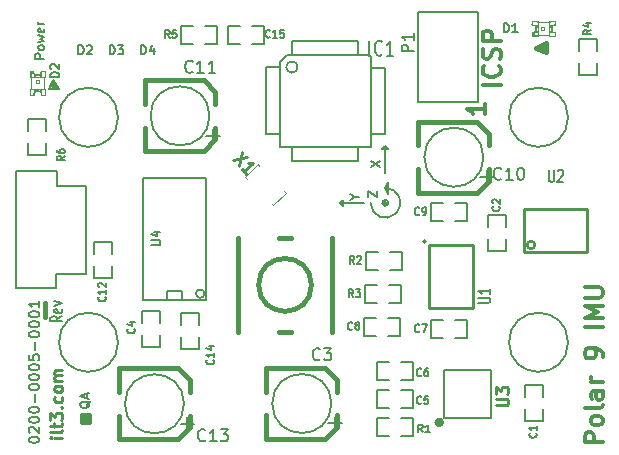
<source format=gto>
G04 (created by PCBNEW-RS274X (2011-nov-30)-testing) date Tue 21 Aug 2012 06:01:40 PM EDT*
%MOIN*%
G04 Gerber Fmt 3.4, Leading zero omitted, Abs format*
%FSLAX34Y34*%
G01*
G70*
G90*
G04 APERTURE LIST*
%ADD10C,0.006*%
%ADD11C,0.005*%
%ADD12C,0.012*%
%ADD13C,0.0075*%
%ADD14C,0.01*%
%ADD15C,0.015*%
%ADD16C,0.0079*%
%ADD17C,0.0026*%
%ADD18C,0.004*%
%ADD19C,0.002*%
%ADD20C,0.008*%
%ADD21C,0.0039*%
%ADD22C,0.0078*%
%ADD23C,0.0099*%
%ADD24C,0.007*%
%ADD25C,0.0062*%
G04 APERTURE END LIST*
G54D10*
G54D11*
X1021Y13207D02*
X721Y13207D01*
X721Y13322D01*
X736Y13350D01*
X750Y13365D01*
X779Y13379D01*
X821Y13379D01*
X850Y13365D01*
X864Y13350D01*
X879Y13322D01*
X879Y13207D01*
X1021Y13550D02*
X1007Y13522D01*
X993Y13507D01*
X964Y13493D01*
X879Y13493D01*
X850Y13507D01*
X836Y13522D01*
X821Y13550D01*
X821Y13593D01*
X836Y13622D01*
X850Y13636D01*
X879Y13650D01*
X964Y13650D01*
X993Y13636D01*
X1007Y13622D01*
X1021Y13593D01*
X1021Y13550D01*
X821Y13750D02*
X1021Y13807D01*
X879Y13864D01*
X1021Y13921D01*
X821Y13978D01*
X1007Y14207D02*
X1021Y14178D01*
X1021Y14121D01*
X1007Y14092D01*
X979Y14078D01*
X864Y14078D01*
X836Y14092D01*
X821Y14121D01*
X821Y14178D01*
X836Y14207D01*
X864Y14221D01*
X893Y14221D01*
X921Y14078D01*
X1021Y14349D02*
X821Y14349D01*
X879Y14349D02*
X850Y14364D01*
X836Y14378D01*
X821Y14407D01*
X821Y14435D01*
G54D12*
X19643Y415D02*
X19043Y415D01*
X19043Y643D01*
X19071Y701D01*
X19100Y729D01*
X19157Y758D01*
X19243Y758D01*
X19300Y729D01*
X19329Y701D01*
X19357Y643D01*
X19357Y415D01*
X19643Y1101D02*
X19614Y1043D01*
X19586Y1015D01*
X19529Y986D01*
X19357Y986D01*
X19300Y1015D01*
X19271Y1043D01*
X19243Y1101D01*
X19243Y1186D01*
X19271Y1243D01*
X19300Y1272D01*
X19357Y1301D01*
X19529Y1301D01*
X19586Y1272D01*
X19614Y1243D01*
X19643Y1186D01*
X19643Y1101D01*
X19643Y1644D02*
X19614Y1586D01*
X19557Y1558D01*
X19043Y1558D01*
X19643Y2129D02*
X19329Y2129D01*
X19271Y2100D01*
X19243Y2043D01*
X19243Y1929D01*
X19271Y1872D01*
X19614Y2129D02*
X19643Y2072D01*
X19643Y1929D01*
X19614Y1872D01*
X19557Y1843D01*
X19500Y1843D01*
X19443Y1872D01*
X19414Y1929D01*
X19414Y2072D01*
X19386Y2129D01*
X19643Y2415D02*
X19243Y2415D01*
X19357Y2415D02*
X19300Y2443D01*
X19271Y2472D01*
X19243Y2529D01*
X19243Y2586D01*
X19643Y3271D02*
X19643Y3386D01*
X19614Y3443D01*
X19586Y3471D01*
X19500Y3529D01*
X19386Y3557D01*
X19157Y3557D01*
X19100Y3529D01*
X19071Y3500D01*
X19043Y3443D01*
X19043Y3329D01*
X19071Y3271D01*
X19100Y3243D01*
X19157Y3214D01*
X19300Y3214D01*
X19357Y3243D01*
X19386Y3271D01*
X19414Y3329D01*
X19414Y3443D01*
X19386Y3500D01*
X19357Y3529D01*
X19300Y3557D01*
X19643Y4271D02*
X19043Y4271D01*
X19643Y4557D02*
X19043Y4557D01*
X19471Y4757D01*
X19043Y4957D01*
X19643Y4957D01*
X19043Y5243D02*
X19529Y5243D01*
X19586Y5271D01*
X19614Y5300D01*
X19643Y5357D01*
X19643Y5471D01*
X19614Y5529D01*
X19586Y5557D01*
X19529Y5586D01*
X19043Y5586D01*
G54D13*
X2550Y1786D02*
X2536Y1758D01*
X2507Y1729D01*
X2464Y1686D01*
X2450Y1658D01*
X2450Y1629D01*
X2521Y1644D02*
X2507Y1615D01*
X2479Y1586D01*
X2421Y1572D01*
X2321Y1572D01*
X2264Y1586D01*
X2236Y1615D01*
X2221Y1644D01*
X2221Y1701D01*
X2236Y1729D01*
X2264Y1758D01*
X2321Y1772D01*
X2421Y1772D01*
X2479Y1758D01*
X2507Y1729D01*
X2521Y1701D01*
X2521Y1644D01*
X2436Y1886D02*
X2436Y2029D01*
X2521Y1858D02*
X2221Y1958D01*
X2521Y2058D01*
G54D14*
X1632Y570D02*
X1365Y570D01*
X1232Y570D02*
X1251Y551D01*
X1270Y570D01*
X1251Y589D01*
X1232Y570D01*
X1270Y570D01*
X1632Y817D02*
X1613Y779D01*
X1575Y760D01*
X1232Y760D01*
X1365Y913D02*
X1365Y1065D01*
X1232Y970D02*
X1575Y970D01*
X1613Y989D01*
X1632Y1027D01*
X1632Y1065D01*
X1232Y1161D02*
X1232Y1409D01*
X1384Y1275D01*
X1384Y1333D01*
X1403Y1371D01*
X1422Y1390D01*
X1460Y1409D01*
X1556Y1409D01*
X1594Y1390D01*
X1613Y1371D01*
X1632Y1333D01*
X1632Y1218D01*
X1613Y1180D01*
X1594Y1161D01*
X1594Y1580D02*
X1613Y1599D01*
X1632Y1580D01*
X1613Y1561D01*
X1594Y1580D01*
X1632Y1580D01*
X1613Y1942D02*
X1632Y1904D01*
X1632Y1827D01*
X1613Y1789D01*
X1594Y1770D01*
X1556Y1751D01*
X1441Y1751D01*
X1403Y1770D01*
X1384Y1789D01*
X1365Y1827D01*
X1365Y1904D01*
X1384Y1942D01*
X1632Y2170D02*
X1613Y2132D01*
X1594Y2113D01*
X1556Y2094D01*
X1441Y2094D01*
X1403Y2113D01*
X1384Y2132D01*
X1365Y2170D01*
X1365Y2228D01*
X1384Y2266D01*
X1403Y2285D01*
X1441Y2304D01*
X1556Y2304D01*
X1594Y2285D01*
X1613Y2266D01*
X1632Y2228D01*
X1632Y2170D01*
X1632Y2475D02*
X1365Y2475D01*
X1403Y2475D02*
X1384Y2494D01*
X1365Y2532D01*
X1365Y2590D01*
X1384Y2628D01*
X1422Y2647D01*
X1632Y2647D01*
X1422Y2647D02*
X1384Y2666D01*
X1365Y2704D01*
X1365Y2761D01*
X1384Y2799D01*
X1422Y2818D01*
X1632Y2818D01*
G54D13*
X1632Y4620D02*
X1441Y4520D01*
X1632Y4448D02*
X1232Y4448D01*
X1232Y4563D01*
X1251Y4591D01*
X1270Y4606D01*
X1308Y4620D01*
X1365Y4620D01*
X1403Y4606D01*
X1422Y4591D01*
X1441Y4563D01*
X1441Y4448D01*
X1613Y4863D02*
X1632Y4834D01*
X1632Y4777D01*
X1613Y4748D01*
X1575Y4734D01*
X1422Y4734D01*
X1384Y4748D01*
X1365Y4777D01*
X1365Y4834D01*
X1384Y4863D01*
X1422Y4877D01*
X1460Y4877D01*
X1499Y4734D01*
X1365Y4977D02*
X1632Y5048D01*
X1365Y5120D01*
G54D15*
X1040Y5050D02*
X1040Y4590D01*
G54D13*
X512Y479D02*
X512Y512D01*
X528Y546D01*
X545Y562D01*
X578Y579D01*
X645Y596D01*
X728Y596D01*
X795Y579D01*
X828Y562D01*
X845Y546D01*
X862Y512D01*
X862Y479D01*
X845Y446D01*
X828Y429D01*
X795Y412D01*
X728Y396D01*
X645Y396D01*
X578Y412D01*
X545Y429D01*
X528Y446D01*
X512Y479D01*
X545Y729D02*
X528Y745D01*
X512Y779D01*
X512Y862D01*
X528Y895D01*
X545Y912D01*
X578Y929D01*
X612Y929D01*
X662Y912D01*
X862Y712D01*
X862Y929D01*
X512Y1145D02*
X512Y1178D01*
X528Y1212D01*
X545Y1228D01*
X578Y1245D01*
X645Y1262D01*
X728Y1262D01*
X795Y1245D01*
X828Y1228D01*
X845Y1212D01*
X862Y1178D01*
X862Y1145D01*
X845Y1112D01*
X828Y1095D01*
X795Y1078D01*
X728Y1062D01*
X645Y1062D01*
X578Y1078D01*
X545Y1095D01*
X528Y1112D01*
X512Y1145D01*
X512Y1478D02*
X512Y1511D01*
X528Y1545D01*
X545Y1561D01*
X578Y1578D01*
X645Y1595D01*
X728Y1595D01*
X795Y1578D01*
X828Y1561D01*
X845Y1545D01*
X862Y1511D01*
X862Y1478D01*
X845Y1445D01*
X828Y1428D01*
X795Y1411D01*
X728Y1395D01*
X645Y1395D01*
X578Y1411D01*
X545Y1428D01*
X528Y1445D01*
X512Y1478D01*
X728Y1744D02*
X728Y2011D01*
X512Y2244D02*
X512Y2277D01*
X528Y2311D01*
X545Y2327D01*
X578Y2344D01*
X645Y2361D01*
X728Y2361D01*
X795Y2344D01*
X828Y2327D01*
X845Y2311D01*
X862Y2277D01*
X862Y2244D01*
X845Y2211D01*
X828Y2194D01*
X795Y2177D01*
X728Y2161D01*
X645Y2161D01*
X578Y2177D01*
X545Y2194D01*
X528Y2211D01*
X512Y2244D01*
X512Y2577D02*
X512Y2610D01*
X528Y2644D01*
X545Y2660D01*
X578Y2677D01*
X645Y2694D01*
X728Y2694D01*
X795Y2677D01*
X828Y2660D01*
X845Y2644D01*
X862Y2610D01*
X862Y2577D01*
X845Y2544D01*
X828Y2527D01*
X795Y2510D01*
X728Y2494D01*
X645Y2494D01*
X578Y2510D01*
X545Y2527D01*
X528Y2544D01*
X512Y2577D01*
X512Y2910D02*
X512Y2943D01*
X528Y2977D01*
X545Y2993D01*
X578Y3010D01*
X645Y3027D01*
X728Y3027D01*
X795Y3010D01*
X828Y2993D01*
X845Y2977D01*
X862Y2943D01*
X862Y2910D01*
X845Y2877D01*
X828Y2860D01*
X795Y2843D01*
X728Y2827D01*
X645Y2827D01*
X578Y2843D01*
X545Y2860D01*
X528Y2877D01*
X512Y2910D01*
X512Y3343D02*
X512Y3176D01*
X678Y3160D01*
X662Y3176D01*
X645Y3210D01*
X645Y3293D01*
X662Y3326D01*
X678Y3343D01*
X712Y3360D01*
X795Y3360D01*
X828Y3343D01*
X845Y3326D01*
X862Y3293D01*
X862Y3210D01*
X845Y3176D01*
X828Y3160D01*
X728Y3509D02*
X728Y3776D01*
X512Y4009D02*
X512Y4042D01*
X528Y4076D01*
X545Y4092D01*
X578Y4109D01*
X645Y4126D01*
X728Y4126D01*
X795Y4109D01*
X828Y4092D01*
X845Y4076D01*
X862Y4042D01*
X862Y4009D01*
X845Y3976D01*
X828Y3959D01*
X795Y3942D01*
X728Y3926D01*
X645Y3926D01*
X578Y3942D01*
X545Y3959D01*
X528Y3976D01*
X512Y4009D01*
X512Y4342D02*
X512Y4375D01*
X528Y4409D01*
X545Y4425D01*
X578Y4442D01*
X645Y4459D01*
X728Y4459D01*
X795Y4442D01*
X828Y4425D01*
X845Y4409D01*
X862Y4375D01*
X862Y4342D01*
X845Y4309D01*
X828Y4292D01*
X795Y4275D01*
X728Y4259D01*
X645Y4259D01*
X578Y4275D01*
X545Y4292D01*
X528Y4309D01*
X512Y4342D01*
X512Y4675D02*
X512Y4708D01*
X528Y4742D01*
X545Y4758D01*
X578Y4775D01*
X645Y4792D01*
X728Y4792D01*
X795Y4775D01*
X828Y4758D01*
X845Y4742D01*
X862Y4708D01*
X862Y4675D01*
X845Y4642D01*
X828Y4625D01*
X795Y4608D01*
X728Y4592D01*
X645Y4592D01*
X578Y4608D01*
X545Y4625D01*
X528Y4642D01*
X512Y4675D01*
X862Y5125D02*
X862Y4925D01*
X862Y5025D02*
X512Y5025D01*
X562Y4991D01*
X595Y4958D01*
X612Y4925D01*
G54D16*
X13739Y7112D02*
G75*
G03X13739Y7112I-40J0D01*
G74*
G01*
G54D14*
X13855Y4910D02*
X13855Y7010D01*
X13855Y7010D02*
X15305Y7010D01*
X15305Y7010D02*
X15305Y4910D01*
X15305Y4910D02*
X13855Y4910D01*
G54D15*
X14274Y1080D02*
G75*
G03X14274Y1080I-79J0D01*
G74*
G01*
G54D16*
X14353Y1238D02*
X14353Y2812D01*
X14353Y2812D02*
X15927Y2812D01*
X15927Y2812D02*
X15927Y1238D01*
X15927Y1238D02*
X14353Y1238D01*
X11700Y8400D02*
X10900Y8400D01*
X10900Y8400D02*
X11000Y8300D01*
X11000Y8300D02*
X11000Y8500D01*
X11000Y8500D02*
X10900Y8400D01*
X12400Y9400D02*
X12400Y10300D01*
X12400Y10300D02*
X12300Y10200D01*
X12300Y10200D02*
X12500Y10200D01*
X12500Y10200D02*
X12400Y10300D01*
X12400Y8300D02*
X12400Y8500D01*
X12500Y8400D02*
X12300Y8400D01*
X12500Y8400D02*
G75*
G03X12500Y8400I-100J0D01*
G74*
G01*
X12500Y8700D02*
X12400Y8900D01*
X12400Y8900D02*
X12500Y9100D01*
X12500Y9100D02*
X12500Y8700D01*
X11900Y8400D02*
G75*
G03X12400Y8900I500J0D01*
G74*
G01*
X1194Y12203D02*
X1312Y12479D01*
X1312Y12479D02*
X1509Y12203D01*
X1509Y12203D02*
X1194Y12203D01*
X1194Y12203D02*
X1430Y12243D01*
X1430Y12243D02*
X1312Y12361D01*
X1312Y12361D02*
X1272Y12282D01*
X1272Y12282D02*
X1351Y12282D01*
X1351Y12282D02*
X1312Y12400D01*
G54D17*
X918Y12596D02*
X1046Y12596D01*
X1046Y12596D02*
X1046Y12793D01*
X918Y12793D02*
X1046Y12793D01*
X918Y12596D02*
X918Y12793D01*
X673Y12596D02*
X732Y12596D01*
X732Y12596D02*
X732Y12695D01*
X673Y12695D02*
X732Y12695D01*
X673Y12596D02*
X673Y12695D01*
X868Y12596D02*
X927Y12596D01*
X927Y12596D02*
X927Y12695D01*
X868Y12695D02*
X927Y12695D01*
X868Y12596D02*
X868Y12695D01*
X722Y12596D02*
X878Y12596D01*
X878Y12596D02*
X878Y12665D01*
X722Y12665D02*
X878Y12665D01*
X722Y12596D02*
X722Y12665D01*
X918Y12007D02*
X1046Y12007D01*
X1046Y12007D02*
X1046Y12204D01*
X918Y12204D02*
X1046Y12204D01*
X918Y12007D02*
X918Y12204D01*
X554Y12007D02*
X682Y12007D01*
X682Y12007D02*
X682Y12204D01*
X554Y12204D02*
X682Y12204D01*
X554Y12007D02*
X554Y12204D01*
X868Y12105D02*
X927Y12105D01*
X927Y12105D02*
X927Y12204D01*
X868Y12204D02*
X927Y12204D01*
X868Y12105D02*
X868Y12204D01*
X673Y12105D02*
X732Y12105D01*
X732Y12105D02*
X732Y12204D01*
X673Y12204D02*
X732Y12204D01*
X673Y12105D02*
X673Y12204D01*
X722Y12135D02*
X878Y12135D01*
X878Y12135D02*
X878Y12204D01*
X722Y12204D02*
X878Y12204D01*
X722Y12135D02*
X722Y12204D01*
X761Y12400D02*
X839Y12400D01*
X839Y12400D02*
X839Y12478D01*
X761Y12478D02*
X839Y12478D01*
X761Y12400D02*
X761Y12478D01*
X564Y12596D02*
X682Y12596D01*
X682Y12596D02*
X682Y12714D01*
X564Y12714D02*
X682Y12714D01*
X564Y12596D02*
X564Y12714D01*
X554Y12764D02*
X643Y12764D01*
X643Y12764D02*
X643Y12793D01*
X554Y12793D02*
X643Y12793D01*
X554Y12764D02*
X554Y12793D01*
G54D18*
X1026Y12606D02*
X1026Y12194D01*
X574Y12204D02*
X574Y12764D01*
G54D19*
X651Y12734D02*
G75*
G03X651Y12734I-28J0D01*
G74*
G01*
G54D18*
X663Y12793D02*
G75*
G03X937Y12793I137J0D01*
G74*
G01*
X937Y12007D02*
G75*
G03X663Y12007I-137J0D01*
G74*
G01*
G54D20*
X15480Y14750D02*
X15480Y11750D01*
X13480Y11750D02*
X13480Y14750D01*
X13480Y14750D02*
X15480Y14750D01*
X15480Y11750D02*
X13480Y11750D01*
G54D15*
X17749Y13733D02*
X17434Y13575D01*
X17434Y13575D02*
X17749Y13418D01*
X17749Y13418D02*
X17749Y13733D01*
X17749Y13733D02*
X17591Y13496D01*
G54D17*
X17474Y14323D02*
X17474Y14451D01*
X17474Y14451D02*
X17277Y14451D01*
X17277Y14323D02*
X17277Y14451D01*
X17474Y14323D02*
X17277Y14323D01*
X17474Y14078D02*
X17474Y14137D01*
X17474Y14137D02*
X17375Y14137D01*
X17375Y14078D02*
X17375Y14137D01*
X17474Y14078D02*
X17375Y14078D01*
X17474Y14273D02*
X17474Y14332D01*
X17474Y14332D02*
X17375Y14332D01*
X17375Y14273D02*
X17375Y14332D01*
X17474Y14273D02*
X17375Y14273D01*
X17474Y14127D02*
X17474Y14283D01*
X17474Y14283D02*
X17405Y14283D01*
X17405Y14127D02*
X17405Y14283D01*
X17474Y14127D02*
X17405Y14127D01*
X18063Y14323D02*
X18063Y14451D01*
X18063Y14451D02*
X17866Y14451D01*
X17866Y14323D02*
X17866Y14451D01*
X18063Y14323D02*
X17866Y14323D01*
X18063Y13959D02*
X18063Y14087D01*
X18063Y14087D02*
X17866Y14087D01*
X17866Y13959D02*
X17866Y14087D01*
X18063Y13959D02*
X17866Y13959D01*
X17965Y14273D02*
X17965Y14332D01*
X17965Y14332D02*
X17866Y14332D01*
X17866Y14273D02*
X17866Y14332D01*
X17965Y14273D02*
X17866Y14273D01*
X17965Y14078D02*
X17965Y14137D01*
X17965Y14137D02*
X17866Y14137D01*
X17866Y14078D02*
X17866Y14137D01*
X17965Y14078D02*
X17866Y14078D01*
X17935Y14127D02*
X17935Y14283D01*
X17935Y14283D02*
X17866Y14283D01*
X17866Y14127D02*
X17866Y14283D01*
X17935Y14127D02*
X17866Y14127D01*
X17670Y14166D02*
X17670Y14244D01*
X17670Y14244D02*
X17592Y14244D01*
X17592Y14166D02*
X17592Y14244D01*
X17670Y14166D02*
X17592Y14166D01*
X17474Y13969D02*
X17474Y14087D01*
X17474Y14087D02*
X17356Y14087D01*
X17356Y13969D02*
X17356Y14087D01*
X17474Y13969D02*
X17356Y13969D01*
X17306Y13959D02*
X17306Y14048D01*
X17306Y14048D02*
X17277Y14048D01*
X17277Y13959D02*
X17277Y14048D01*
X17306Y13959D02*
X17277Y13959D01*
G54D18*
X17464Y14431D02*
X17876Y14431D01*
X17866Y13979D02*
X17306Y13979D01*
G54D19*
X17364Y14028D02*
G75*
G03X17364Y14028I-28J0D01*
G74*
G01*
G54D18*
X17277Y14068D02*
G75*
G03X17277Y14342I0J137D01*
G74*
G01*
X18063Y14342D02*
G75*
G03X18063Y14068I0J-137D01*
G74*
G01*
G54D21*
X8191Y9626D02*
X8136Y9682D01*
X7774Y9209D02*
X7718Y9264D01*
X8609Y8374D02*
X8664Y8318D01*
X9026Y8791D02*
X9082Y8736D01*
X7718Y9264D02*
X8136Y9682D01*
X9082Y8736D02*
X8664Y8318D01*
G54D14*
X17015Y8200D02*
X19115Y8200D01*
X19115Y8200D02*
X19115Y6750D01*
X19115Y6750D02*
X17015Y6750D01*
X17015Y6750D02*
X17015Y8200D01*
X17376Y6994D02*
G75*
G03X17376Y6994I-128J0D01*
G74*
G01*
G54D10*
X12380Y10710D02*
X11930Y10710D01*
X12380Y12890D02*
X11940Y12890D01*
X12380Y10710D02*
X12380Y12890D01*
X11500Y10240D02*
X11500Y9810D01*
X9290Y10230D02*
X9290Y9810D01*
X9280Y9810D02*
X11500Y9800D01*
X9300Y13780D02*
X11470Y13790D01*
X8870Y13090D02*
X8870Y10260D01*
X11480Y13780D02*
X11480Y13370D01*
X9120Y13330D02*
X11900Y13330D01*
X11920Y10250D02*
X11920Y13290D01*
X8870Y10250D02*
X11870Y10250D01*
X8420Y12920D02*
X8420Y10700D01*
X8420Y10700D02*
X8870Y10700D01*
X8874Y13100D02*
X9104Y13330D01*
X8422Y12920D02*
X8874Y12920D01*
X9300Y13330D02*
X9300Y13782D01*
X9470Y12926D02*
G75*
G03X9470Y12926I-188J0D01*
G74*
G01*
G54D11*
X6366Y5370D02*
G75*
G03X6366Y5370I-141J0D01*
G74*
G01*
X5125Y5170D02*
X5125Y5470D01*
X5125Y5470D02*
X5625Y5470D01*
X5625Y5470D02*
X5625Y5170D01*
X6425Y9220D02*
X6425Y5170D01*
X4325Y5170D02*
X4325Y9220D01*
X4325Y5170D02*
X6425Y5170D01*
X4325Y9220D02*
X6425Y9220D01*
X12140Y6175D02*
X11740Y6175D01*
X11740Y6175D02*
X11740Y6775D01*
X11740Y6775D02*
X12140Y6775D01*
X12540Y6775D02*
X12940Y6775D01*
X12940Y6775D02*
X12940Y6175D01*
X12940Y6175D02*
X12540Y6175D01*
X12520Y615D02*
X12120Y615D01*
X12120Y615D02*
X12120Y1215D01*
X12120Y1215D02*
X12520Y1215D01*
X12920Y1215D02*
X13320Y1215D01*
X13320Y1215D02*
X13320Y615D01*
X13320Y615D02*
X12920Y615D01*
X17040Y1925D02*
X17040Y2325D01*
X17040Y2325D02*
X17640Y2325D01*
X17640Y2325D02*
X17640Y1925D01*
X17640Y1525D02*
X17640Y1125D01*
X17640Y1125D02*
X17040Y1125D01*
X17040Y1125D02*
X17040Y1525D01*
X14315Y3895D02*
X13915Y3895D01*
X13915Y3895D02*
X13915Y4495D01*
X13915Y4495D02*
X14315Y4495D01*
X14715Y4495D02*
X15115Y4495D01*
X15115Y4495D02*
X15115Y3895D01*
X15115Y3895D02*
X14715Y3895D01*
X15810Y7580D02*
X15810Y7980D01*
X15810Y7980D02*
X16410Y7980D01*
X16410Y7980D02*
X16410Y7580D01*
X16410Y7180D02*
X16410Y6780D01*
X16410Y6780D02*
X15810Y6780D01*
X15810Y6780D02*
X15810Y7180D01*
X14315Y7795D02*
X13915Y7795D01*
X13915Y7795D02*
X13915Y8395D01*
X13915Y8395D02*
X14315Y8395D01*
X14715Y8395D02*
X15115Y8395D01*
X15115Y8395D02*
X15115Y7795D01*
X15115Y7795D02*
X14715Y7795D01*
X12080Y3970D02*
X11680Y3970D01*
X11680Y3970D02*
X11680Y4570D01*
X11680Y4570D02*
X12080Y4570D01*
X12480Y4570D02*
X12880Y4570D01*
X12880Y4570D02*
X12880Y3970D01*
X12880Y3970D02*
X12480Y3970D01*
X12110Y5065D02*
X11710Y5065D01*
X11710Y5065D02*
X11710Y5665D01*
X11710Y5665D02*
X12110Y5665D01*
X12510Y5665D02*
X12910Y5665D01*
X12910Y5665D02*
X12910Y5065D01*
X12910Y5065D02*
X12510Y5065D01*
X4270Y4395D02*
X4270Y4795D01*
X4270Y4795D02*
X4870Y4795D01*
X4870Y4795D02*
X4870Y4395D01*
X4870Y3995D02*
X4870Y3595D01*
X4870Y3595D02*
X4270Y3595D01*
X4270Y3595D02*
X4270Y3995D01*
X12905Y3090D02*
X13305Y3090D01*
X13305Y3090D02*
X13305Y2490D01*
X13305Y2490D02*
X12905Y2490D01*
X12505Y2490D02*
X12105Y2490D01*
X12105Y2490D02*
X12105Y3090D01*
X12105Y3090D02*
X12505Y3090D01*
X12920Y2175D02*
X13320Y2175D01*
X13320Y2175D02*
X13320Y1575D01*
X13320Y1575D02*
X12920Y1575D01*
X12520Y1575D02*
X12120Y1575D01*
X12120Y1575D02*
X12120Y2175D01*
X12120Y2175D02*
X12520Y2175D01*
X5600Y4325D02*
X5600Y4725D01*
X5600Y4725D02*
X6200Y4725D01*
X6200Y4725D02*
X6200Y4325D01*
X6200Y3925D02*
X6200Y3525D01*
X6200Y3525D02*
X5600Y3525D01*
X5600Y3525D02*
X5600Y3925D01*
X2700Y6700D02*
X2700Y7100D01*
X2700Y7100D02*
X3300Y7100D01*
X3300Y7100D02*
X3300Y6700D01*
X3300Y6300D02*
X3300Y5900D01*
X3300Y5900D02*
X2700Y5900D01*
X2700Y5900D02*
X2700Y6300D01*
X7960Y14310D02*
X8360Y14310D01*
X8360Y14310D02*
X8360Y13710D01*
X8360Y13710D02*
X7960Y13710D01*
X7560Y13710D02*
X7160Y13710D01*
X7160Y13710D02*
X7160Y14310D01*
X7160Y14310D02*
X7560Y14310D01*
X5990Y13700D02*
X5590Y13700D01*
X5590Y13700D02*
X5590Y14300D01*
X5590Y14300D02*
X5990Y14300D01*
X6390Y14300D02*
X6790Y14300D01*
X6790Y14300D02*
X6790Y13700D01*
X6790Y13700D02*
X6390Y13700D01*
X18840Y13460D02*
X18840Y13860D01*
X18840Y13860D02*
X19440Y13860D01*
X19440Y13860D02*
X19440Y13460D01*
X19440Y13060D02*
X19440Y12660D01*
X19440Y12660D02*
X18840Y12660D01*
X18840Y12660D02*
X18840Y13060D01*
G54D15*
X15861Y10314D02*
X15861Y10707D01*
X15861Y10707D02*
X15467Y11101D01*
X15467Y11101D02*
X13499Y11101D01*
X13499Y11101D02*
X13499Y10314D01*
X13499Y9526D02*
X13499Y8739D01*
X13499Y8739D02*
X15467Y8739D01*
X15467Y8739D02*
X15861Y9133D01*
X15861Y9133D02*
X15861Y9526D01*
G54D22*
X15664Y9920D02*
G75*
G03X15664Y9920I-984J0D01*
G74*
G01*
G54D15*
X10791Y2104D02*
X10791Y2497D01*
X10791Y2497D02*
X10397Y2891D01*
X10397Y2891D02*
X8429Y2891D01*
X8429Y2891D02*
X8429Y2104D01*
X8429Y1316D02*
X8429Y529D01*
X8429Y529D02*
X10397Y529D01*
X10397Y529D02*
X10791Y923D01*
X10791Y923D02*
X10791Y1316D01*
G54D22*
X10594Y1710D02*
G75*
G03X10594Y1710I-984J0D01*
G74*
G01*
G54D15*
X5881Y2094D02*
X5881Y2487D01*
X5881Y2487D02*
X5487Y2881D01*
X5487Y2881D02*
X3519Y2881D01*
X3519Y2881D02*
X3519Y2094D01*
X3519Y1306D02*
X3519Y519D01*
X3519Y519D02*
X5487Y519D01*
X5487Y519D02*
X5881Y913D01*
X5881Y913D02*
X5881Y1306D01*
G54D22*
X5684Y1700D02*
G75*
G03X5684Y1700I-984J0D01*
G74*
G01*
G54D15*
X6731Y11694D02*
X6731Y12087D01*
X6731Y12087D02*
X6337Y12481D01*
X6337Y12481D02*
X4369Y12481D01*
X4369Y12481D02*
X4369Y11694D01*
X4369Y10906D02*
X4369Y10119D01*
X4369Y10119D02*
X6337Y10119D01*
X6337Y10119D02*
X6731Y10513D01*
X6731Y10513D02*
X6731Y10906D01*
G54D22*
X6534Y11300D02*
G75*
G03X6534Y11300I-984J0D01*
G74*
G01*
G54D16*
X3484Y11250D02*
G75*
G03X3484Y11250I-984J0D01*
G74*
G01*
X18484Y3750D02*
G75*
G03X18484Y3750I-984J0D01*
G74*
G01*
X18484Y11250D02*
G75*
G03X18484Y11250I-984J0D01*
G74*
G01*
X3484Y3750D02*
G75*
G03X3484Y3750I-984J0D01*
G74*
G01*
G54D11*
X500Y10800D02*
X500Y11200D01*
X500Y11200D02*
X1100Y11200D01*
X1100Y11200D02*
X1100Y10800D01*
X1100Y10400D02*
X1100Y10000D01*
X1100Y10000D02*
X500Y10000D01*
X500Y10000D02*
X500Y10400D01*
G54D15*
X7475Y7240D02*
X7475Y4090D01*
X9247Y7240D02*
X8853Y7240D01*
X9247Y4090D02*
X8853Y4090D01*
X10625Y7240D02*
X10625Y4090D01*
X9930Y5665D02*
G75*
G03X9930Y5665I-880J0D01*
G74*
G01*
G54D16*
X82Y9469D02*
X82Y5571D01*
X82Y5571D02*
X1420Y5571D01*
X1420Y5571D02*
X1420Y6043D01*
X1420Y6043D02*
X2405Y6043D01*
X2405Y6043D02*
X2405Y8957D01*
X2405Y8957D02*
X1460Y8957D01*
X1460Y8957D02*
X1460Y9469D01*
X1460Y9469D02*
X82Y9469D01*
G54D13*
X15498Y5065D02*
X15822Y5065D01*
X15860Y5080D01*
X15879Y5094D01*
X15898Y5123D01*
X15898Y5180D01*
X15879Y5208D01*
X15860Y5223D01*
X15822Y5237D01*
X15498Y5237D01*
X15898Y5537D02*
X15898Y5365D01*
X15898Y5451D02*
X15498Y5451D01*
X15555Y5422D01*
X15593Y5394D01*
X15612Y5365D01*
G54D23*
X16100Y1650D02*
X16419Y1650D01*
X16457Y1669D01*
X16476Y1687D01*
X16494Y1725D01*
X16494Y1800D01*
X16476Y1837D01*
X16457Y1856D01*
X16419Y1875D01*
X16100Y1875D01*
X16100Y2025D02*
X16100Y2269D01*
X16251Y2138D01*
X16251Y2194D01*
X16269Y2232D01*
X16288Y2250D01*
X16326Y2269D01*
X16419Y2269D01*
X16457Y2250D01*
X16476Y2232D01*
X16494Y2194D01*
X16494Y2082D01*
X16476Y2044D01*
X16457Y2025D01*
G54D12*
G54D24*
X11921Y9600D02*
X12221Y9800D01*
X11921Y9800D02*
X12221Y9600D01*
X11379Y8601D02*
X11521Y8601D01*
X11221Y8501D02*
X11379Y8601D01*
X11221Y8701D01*
X11821Y8600D02*
X11821Y8800D01*
X12121Y8600D01*
X12121Y8800D01*
X2164Y13349D02*
X2164Y13649D01*
X2236Y13649D01*
X2279Y13634D01*
X2307Y13606D01*
X2322Y13577D01*
X2336Y13520D01*
X2336Y13477D01*
X2322Y13420D01*
X2307Y13391D01*
X2279Y13363D01*
X2236Y13349D01*
X2164Y13349D01*
X2450Y13620D02*
X2464Y13634D01*
X2493Y13649D01*
X2564Y13649D01*
X2593Y13634D01*
X2607Y13620D01*
X2622Y13591D01*
X2622Y13563D01*
X2607Y13520D01*
X2436Y13349D01*
X2622Y13349D01*
X3208Y13349D02*
X3208Y13649D01*
X3280Y13649D01*
X3323Y13634D01*
X3351Y13606D01*
X3366Y13577D01*
X3380Y13520D01*
X3380Y13477D01*
X3366Y13420D01*
X3351Y13391D01*
X3323Y13363D01*
X3280Y13349D01*
X3208Y13349D01*
X3480Y13649D02*
X3666Y13649D01*
X3566Y13534D01*
X3608Y13534D01*
X3637Y13520D01*
X3651Y13506D01*
X3666Y13477D01*
X3666Y13406D01*
X3651Y13377D01*
X3637Y13363D01*
X3608Y13349D01*
X3523Y13349D01*
X3494Y13363D01*
X3480Y13377D01*
X4252Y13349D02*
X4252Y13649D01*
X4324Y13649D01*
X4367Y13634D01*
X4395Y13606D01*
X4410Y13577D01*
X4424Y13520D01*
X4424Y13477D01*
X4410Y13420D01*
X4395Y13391D01*
X4367Y13363D01*
X4324Y13349D01*
X4252Y13349D01*
X4681Y13549D02*
X4681Y13349D01*
X4610Y13663D02*
X4538Y13449D01*
X4724Y13449D01*
G54D11*
X1521Y12578D02*
X1221Y12578D01*
X1221Y12650D01*
X1236Y12693D01*
X1264Y12721D01*
X1293Y12736D01*
X1350Y12750D01*
X1393Y12750D01*
X1450Y12736D01*
X1479Y12721D01*
X1507Y12693D01*
X1521Y12650D01*
X1521Y12578D01*
X1250Y12864D02*
X1236Y12878D01*
X1221Y12907D01*
X1221Y12978D01*
X1236Y13007D01*
X1250Y13021D01*
X1279Y13036D01*
X1307Y13036D01*
X1350Y13021D01*
X1521Y12850D01*
X1521Y13036D01*
G54D20*
X13342Y13445D02*
X12942Y13445D01*
X12942Y13598D01*
X12961Y13636D01*
X12980Y13655D01*
X13018Y13674D01*
X13075Y13674D01*
X13113Y13655D01*
X13132Y13636D01*
X13151Y13598D01*
X13151Y13445D01*
X13342Y14055D02*
X13342Y13826D01*
X13342Y13940D02*
X12942Y13940D01*
X12999Y13902D01*
X13037Y13864D01*
X13056Y13826D01*
G54D12*
X15733Y11702D02*
X15733Y11359D01*
X15733Y11531D02*
X15133Y11531D01*
X15219Y11474D01*
X15276Y11416D01*
X15304Y11359D01*
X16238Y12335D02*
X15638Y12335D01*
X16181Y12964D02*
X16209Y12935D01*
X16238Y12849D01*
X16238Y12792D01*
X16209Y12707D01*
X16152Y12649D01*
X16095Y12621D01*
X15981Y12592D01*
X15895Y12592D01*
X15781Y12621D01*
X15724Y12649D01*
X15666Y12707D01*
X15638Y12792D01*
X15638Y12849D01*
X15666Y12935D01*
X15695Y12964D01*
X16209Y13192D02*
X16238Y13278D01*
X16238Y13421D01*
X16209Y13478D01*
X16181Y13507D01*
X16124Y13535D01*
X16066Y13535D01*
X16009Y13507D01*
X15981Y13478D01*
X15952Y13421D01*
X15924Y13307D01*
X15895Y13249D01*
X15866Y13221D01*
X15809Y13192D01*
X15752Y13192D01*
X15695Y13221D01*
X15666Y13249D01*
X15638Y13307D01*
X15638Y13449D01*
X15666Y13535D01*
X16238Y13792D02*
X15638Y13792D01*
X15638Y14020D01*
X15666Y14078D01*
X15695Y14106D01*
X15752Y14135D01*
X15838Y14135D01*
X15895Y14106D01*
X15924Y14078D01*
X15952Y14020D01*
X15952Y13792D01*
G54D11*
X16346Y14084D02*
X16346Y14384D01*
X16418Y14384D01*
X16461Y14369D01*
X16489Y14341D01*
X16504Y14312D01*
X16518Y14255D01*
X16518Y14212D01*
X16504Y14155D01*
X16489Y14126D01*
X16461Y14098D01*
X16418Y14084D01*
X16346Y14084D01*
X16804Y14084D02*
X16632Y14084D01*
X16718Y14084D02*
X16718Y14384D01*
X16689Y14341D01*
X16661Y14312D01*
X16632Y14298D01*
G54D14*
X7605Y10101D02*
X7511Y9630D01*
X7794Y9913D02*
X7322Y9819D01*
X7767Y9374D02*
X7605Y9536D01*
X7686Y9455D02*
X7969Y9738D01*
X7901Y9725D01*
X7848Y9725D01*
X7807Y9738D01*
G54D13*
X17845Y9498D02*
X17845Y9174D01*
X17860Y9136D01*
X17874Y9117D01*
X17903Y9098D01*
X17960Y9098D01*
X17988Y9117D01*
X18003Y9136D01*
X18017Y9174D01*
X18017Y9498D01*
X18145Y9460D02*
X18159Y9479D01*
X18188Y9498D01*
X18259Y9498D01*
X18288Y9479D01*
X18302Y9460D01*
X18317Y9422D01*
X18317Y9384D01*
X18302Y9327D01*
X18131Y9098D01*
X18317Y9098D01*
G54D20*
X11866Y13308D02*
X11866Y13808D01*
X12285Y13355D02*
X12266Y13331D01*
X12209Y13308D01*
X12171Y13308D01*
X12113Y13331D01*
X12075Y13379D01*
X12056Y13427D01*
X12037Y13522D01*
X12037Y13593D01*
X12056Y13689D01*
X12075Y13736D01*
X12113Y13784D01*
X12171Y13808D01*
X12209Y13808D01*
X12266Y13784D01*
X12285Y13760D01*
X12666Y13308D02*
X12437Y13308D01*
X12551Y13308D02*
X12551Y13808D01*
X12513Y13736D01*
X12475Y13689D01*
X12437Y13665D01*
G54D11*
X4596Y6991D02*
X4839Y6991D01*
X4868Y7006D01*
X4882Y7020D01*
X4896Y7049D01*
X4896Y7106D01*
X4882Y7134D01*
X4868Y7149D01*
X4839Y7163D01*
X4596Y7163D01*
X4696Y7434D02*
X4896Y7434D01*
X4582Y7363D02*
X4796Y7291D01*
X4796Y7477D01*
X11353Y6374D02*
X11270Y6493D01*
X11211Y6374D02*
X11211Y6624D01*
X11306Y6624D01*
X11330Y6612D01*
X11341Y6600D01*
X11353Y6576D01*
X11353Y6540D01*
X11341Y6517D01*
X11330Y6505D01*
X11306Y6493D01*
X11211Y6493D01*
X11449Y6600D02*
X11461Y6612D01*
X11484Y6624D01*
X11544Y6624D01*
X11568Y6612D01*
X11580Y6600D01*
X11591Y6576D01*
X11591Y6552D01*
X11580Y6517D01*
X11437Y6374D01*
X11591Y6374D01*
X13638Y754D02*
X13555Y873D01*
X13496Y754D02*
X13496Y1004D01*
X13591Y1004D01*
X13615Y992D01*
X13626Y980D01*
X13638Y956D01*
X13638Y920D01*
X13626Y897D01*
X13615Y885D01*
X13591Y873D01*
X13496Y873D01*
X13876Y754D02*
X13734Y754D01*
X13805Y754D02*
X13805Y1004D01*
X13781Y968D01*
X13757Y944D01*
X13734Y932D01*
X17417Y723D02*
X17429Y711D01*
X17441Y676D01*
X17441Y652D01*
X17429Y616D01*
X17405Y592D01*
X17382Y581D01*
X17334Y569D01*
X17298Y569D01*
X17251Y581D01*
X17227Y592D01*
X17203Y616D01*
X17191Y652D01*
X17191Y676D01*
X17203Y711D01*
X17215Y723D01*
X17441Y961D02*
X17441Y819D01*
X17441Y890D02*
X17191Y890D01*
X17227Y866D01*
X17251Y842D01*
X17263Y819D01*
X13528Y4118D02*
X13516Y4106D01*
X13481Y4094D01*
X13457Y4094D01*
X13421Y4106D01*
X13397Y4130D01*
X13386Y4153D01*
X13374Y4201D01*
X13374Y4237D01*
X13386Y4284D01*
X13397Y4308D01*
X13421Y4332D01*
X13457Y4344D01*
X13481Y4344D01*
X13516Y4332D01*
X13528Y4320D01*
X13612Y4344D02*
X13778Y4344D01*
X13671Y4094D01*
X16187Y8283D02*
X16199Y8271D01*
X16211Y8236D01*
X16211Y8212D01*
X16199Y8176D01*
X16175Y8152D01*
X16152Y8141D01*
X16104Y8129D01*
X16068Y8129D01*
X16021Y8141D01*
X15997Y8152D01*
X15973Y8176D01*
X15961Y8212D01*
X15961Y8236D01*
X15973Y8271D01*
X15985Y8283D01*
X15985Y8379D02*
X15973Y8391D01*
X15961Y8414D01*
X15961Y8474D01*
X15973Y8498D01*
X15985Y8510D01*
X16009Y8521D01*
X16033Y8521D01*
X16068Y8510D01*
X16211Y8367D01*
X16211Y8521D01*
X13528Y8018D02*
X13516Y8006D01*
X13481Y7994D01*
X13457Y7994D01*
X13421Y8006D01*
X13397Y8030D01*
X13386Y8053D01*
X13374Y8101D01*
X13374Y8137D01*
X13386Y8184D01*
X13397Y8208D01*
X13421Y8232D01*
X13457Y8244D01*
X13481Y8244D01*
X13516Y8232D01*
X13528Y8220D01*
X13647Y7994D02*
X13695Y7994D01*
X13719Y8006D01*
X13731Y8018D01*
X13755Y8053D01*
X13766Y8101D01*
X13766Y8196D01*
X13755Y8220D01*
X13743Y8232D01*
X13719Y8244D01*
X13671Y8244D01*
X13647Y8232D01*
X13636Y8220D01*
X13624Y8196D01*
X13624Y8137D01*
X13636Y8113D01*
X13647Y8101D01*
X13671Y8089D01*
X13719Y8089D01*
X13743Y8101D01*
X13755Y8113D01*
X13766Y8137D01*
X11293Y4193D02*
X11281Y4181D01*
X11246Y4169D01*
X11222Y4169D01*
X11186Y4181D01*
X11162Y4205D01*
X11151Y4228D01*
X11139Y4276D01*
X11139Y4312D01*
X11151Y4359D01*
X11162Y4383D01*
X11186Y4407D01*
X11222Y4419D01*
X11246Y4419D01*
X11281Y4407D01*
X11293Y4395D01*
X11436Y4312D02*
X11412Y4324D01*
X11401Y4335D01*
X11389Y4359D01*
X11389Y4371D01*
X11401Y4395D01*
X11412Y4407D01*
X11436Y4419D01*
X11484Y4419D01*
X11508Y4407D01*
X11520Y4395D01*
X11531Y4371D01*
X11531Y4359D01*
X11520Y4335D01*
X11508Y4324D01*
X11484Y4312D01*
X11436Y4312D01*
X11412Y4300D01*
X11401Y4288D01*
X11389Y4264D01*
X11389Y4216D01*
X11401Y4193D01*
X11412Y4181D01*
X11436Y4169D01*
X11484Y4169D01*
X11508Y4181D01*
X11520Y4193D01*
X11531Y4216D01*
X11531Y4264D01*
X11520Y4288D01*
X11508Y4300D01*
X11484Y4312D01*
X11323Y5264D02*
X11240Y5383D01*
X11181Y5264D02*
X11181Y5514D01*
X11276Y5514D01*
X11300Y5502D01*
X11311Y5490D01*
X11323Y5466D01*
X11323Y5430D01*
X11311Y5407D01*
X11300Y5395D01*
X11276Y5383D01*
X11181Y5383D01*
X11407Y5514D02*
X11561Y5514D01*
X11478Y5419D01*
X11514Y5419D01*
X11538Y5407D01*
X11550Y5395D01*
X11561Y5371D01*
X11561Y5311D01*
X11550Y5288D01*
X11538Y5276D01*
X11514Y5264D01*
X11442Y5264D01*
X11419Y5276D01*
X11407Y5288D01*
X4017Y4202D02*
X4029Y4190D01*
X4041Y4155D01*
X4041Y4131D01*
X4029Y4095D01*
X4005Y4071D01*
X3982Y4060D01*
X3934Y4048D01*
X3898Y4048D01*
X3851Y4060D01*
X3827Y4071D01*
X3803Y4095D01*
X3791Y4131D01*
X3791Y4155D01*
X3803Y4190D01*
X3815Y4202D01*
X3875Y4417D02*
X4041Y4417D01*
X3779Y4357D02*
X3958Y4298D01*
X3958Y4452D01*
X13593Y2653D02*
X13581Y2641D01*
X13546Y2629D01*
X13522Y2629D01*
X13486Y2641D01*
X13462Y2665D01*
X13451Y2688D01*
X13439Y2736D01*
X13439Y2772D01*
X13451Y2819D01*
X13462Y2843D01*
X13486Y2867D01*
X13522Y2879D01*
X13546Y2879D01*
X13581Y2867D01*
X13593Y2855D01*
X13808Y2879D02*
X13760Y2879D01*
X13736Y2867D01*
X13724Y2855D01*
X13701Y2819D01*
X13689Y2772D01*
X13689Y2676D01*
X13701Y2653D01*
X13712Y2641D01*
X13736Y2629D01*
X13784Y2629D01*
X13808Y2641D01*
X13820Y2653D01*
X13831Y2676D01*
X13831Y2736D01*
X13820Y2760D01*
X13808Y2772D01*
X13784Y2784D01*
X13736Y2784D01*
X13712Y2772D01*
X13701Y2760D01*
X13689Y2736D01*
X13593Y1723D02*
X13581Y1711D01*
X13546Y1699D01*
X13522Y1699D01*
X13486Y1711D01*
X13462Y1735D01*
X13451Y1758D01*
X13439Y1806D01*
X13439Y1842D01*
X13451Y1889D01*
X13462Y1913D01*
X13486Y1937D01*
X13522Y1949D01*
X13546Y1949D01*
X13581Y1937D01*
X13593Y1925D01*
X13820Y1949D02*
X13701Y1949D01*
X13689Y1830D01*
X13701Y1842D01*
X13724Y1854D01*
X13784Y1854D01*
X13808Y1842D01*
X13820Y1830D01*
X13831Y1806D01*
X13831Y1746D01*
X13820Y1723D01*
X13808Y1711D01*
X13784Y1699D01*
X13724Y1699D01*
X13701Y1711D01*
X13689Y1723D01*
X6657Y3169D02*
X6669Y3157D01*
X6681Y3122D01*
X6681Y3098D01*
X6669Y3062D01*
X6645Y3038D01*
X6622Y3027D01*
X6574Y3015D01*
X6538Y3015D01*
X6491Y3027D01*
X6467Y3038D01*
X6443Y3062D01*
X6431Y3098D01*
X6431Y3122D01*
X6443Y3157D01*
X6455Y3169D01*
X6681Y3407D02*
X6681Y3265D01*
X6681Y3336D02*
X6431Y3336D01*
X6467Y3312D01*
X6491Y3288D01*
X6503Y3265D01*
X6515Y3622D02*
X6681Y3622D01*
X6419Y3562D02*
X6598Y3503D01*
X6598Y3657D01*
X3051Y5265D02*
X3063Y5253D01*
X3075Y5218D01*
X3075Y5194D01*
X3063Y5158D01*
X3039Y5134D01*
X3016Y5123D01*
X2968Y5111D01*
X2932Y5111D01*
X2885Y5123D01*
X2861Y5134D01*
X2837Y5158D01*
X2825Y5194D01*
X2825Y5218D01*
X2837Y5253D01*
X2849Y5265D01*
X3075Y5503D02*
X3075Y5361D01*
X3075Y5432D02*
X2825Y5432D01*
X2861Y5408D01*
X2885Y5384D01*
X2897Y5361D01*
X2849Y5599D02*
X2837Y5611D01*
X2825Y5634D01*
X2825Y5694D01*
X2837Y5718D01*
X2849Y5730D01*
X2873Y5741D01*
X2897Y5741D01*
X2932Y5730D01*
X3075Y5587D01*
X3075Y5741D01*
X8544Y13933D02*
X8532Y13921D01*
X8497Y13909D01*
X8473Y13909D01*
X8437Y13921D01*
X8413Y13945D01*
X8402Y13968D01*
X8390Y14016D01*
X8390Y14052D01*
X8402Y14099D01*
X8413Y14123D01*
X8437Y14147D01*
X8473Y14159D01*
X8497Y14159D01*
X8532Y14147D01*
X8544Y14135D01*
X8782Y13909D02*
X8640Y13909D01*
X8711Y13909D02*
X8711Y14159D01*
X8687Y14123D01*
X8663Y14099D01*
X8640Y14087D01*
X9009Y14159D02*
X8890Y14159D01*
X8878Y14040D01*
X8890Y14052D01*
X8913Y14064D01*
X8973Y14064D01*
X8997Y14052D01*
X9009Y14040D01*
X9020Y14016D01*
X9020Y13956D01*
X9009Y13933D01*
X8997Y13921D01*
X8973Y13909D01*
X8913Y13909D01*
X8890Y13921D01*
X8878Y13933D01*
X5203Y13899D02*
X5120Y14018D01*
X5061Y13899D02*
X5061Y14149D01*
X5156Y14149D01*
X5180Y14137D01*
X5191Y14125D01*
X5203Y14101D01*
X5203Y14065D01*
X5191Y14042D01*
X5180Y14030D01*
X5156Y14018D01*
X5061Y14018D01*
X5430Y14149D02*
X5311Y14149D01*
X5299Y14030D01*
X5311Y14042D01*
X5334Y14054D01*
X5394Y14054D01*
X5418Y14042D01*
X5430Y14030D01*
X5441Y14006D01*
X5441Y13946D01*
X5430Y13923D01*
X5418Y13911D01*
X5394Y13899D01*
X5334Y13899D01*
X5311Y13911D01*
X5299Y13923D01*
X19241Y14163D02*
X19122Y14080D01*
X19241Y14021D02*
X18991Y14021D01*
X18991Y14116D01*
X19003Y14140D01*
X19015Y14151D01*
X19039Y14163D01*
X19075Y14163D01*
X19098Y14151D01*
X19110Y14140D01*
X19122Y14116D01*
X19122Y14021D01*
X19075Y14378D02*
X19241Y14378D01*
X18979Y14318D02*
X19158Y14259D01*
X19158Y14413D01*
G54D25*
X16259Y9206D02*
X16240Y9187D01*
X16183Y9168D01*
X16145Y9168D01*
X16087Y9187D01*
X16049Y9225D01*
X16030Y9263D01*
X16011Y9340D01*
X16011Y9397D01*
X16030Y9473D01*
X16049Y9511D01*
X16087Y9549D01*
X16145Y9568D01*
X16183Y9568D01*
X16240Y9549D01*
X16259Y9530D01*
X16640Y9168D02*
X16411Y9168D01*
X16525Y9168D02*
X16525Y9568D01*
X16487Y9511D01*
X16449Y9473D01*
X16411Y9454D01*
X16887Y9568D02*
X16926Y9568D01*
X16964Y9549D01*
X16983Y9530D01*
X17002Y9492D01*
X17021Y9416D01*
X17021Y9320D01*
X17002Y9244D01*
X16983Y9206D01*
X16964Y9187D01*
X16926Y9168D01*
X16887Y9168D01*
X16849Y9187D01*
X16830Y9206D01*
X16811Y9244D01*
X16792Y9320D01*
X16792Y9416D01*
X16811Y9492D01*
X16830Y9530D01*
X16849Y9549D01*
X16887Y9568D01*
G54D20*
X15552Y9256D02*
X16009Y9256D01*
X15780Y9027D02*
X15780Y9484D01*
G54D25*
X10219Y3187D02*
X10200Y3168D01*
X10143Y3149D01*
X10105Y3149D01*
X10047Y3168D01*
X10009Y3206D01*
X9990Y3244D01*
X9971Y3321D01*
X9971Y3378D01*
X9990Y3454D01*
X10009Y3492D01*
X10047Y3530D01*
X10105Y3549D01*
X10143Y3549D01*
X10200Y3530D01*
X10219Y3511D01*
X10352Y3549D02*
X10600Y3549D01*
X10466Y3397D01*
X10524Y3397D01*
X10562Y3378D01*
X10581Y3359D01*
X10600Y3321D01*
X10600Y3225D01*
X10581Y3187D01*
X10562Y3168D01*
X10524Y3149D01*
X10409Y3149D01*
X10371Y3168D01*
X10352Y3187D01*
G54D20*
X10482Y1046D02*
X10939Y1046D01*
X10710Y817D02*
X10710Y1274D01*
G54D25*
X6389Y494D02*
X6370Y475D01*
X6313Y456D01*
X6275Y456D01*
X6217Y475D01*
X6179Y513D01*
X6160Y551D01*
X6141Y628D01*
X6141Y685D01*
X6160Y761D01*
X6179Y799D01*
X6217Y837D01*
X6275Y856D01*
X6313Y856D01*
X6370Y837D01*
X6389Y818D01*
X6770Y456D02*
X6541Y456D01*
X6655Y456D02*
X6655Y856D01*
X6617Y799D01*
X6579Y761D01*
X6541Y742D01*
X6903Y856D02*
X7151Y856D01*
X7017Y704D01*
X7075Y704D01*
X7113Y685D01*
X7132Y666D01*
X7151Y628D01*
X7151Y532D01*
X7132Y494D01*
X7113Y475D01*
X7075Y456D01*
X6960Y456D01*
X6922Y475D01*
X6903Y494D01*
G54D20*
X5572Y1036D02*
X6029Y1036D01*
X5800Y807D02*
X5800Y1264D01*
G54D25*
X5968Y12777D02*
X5949Y12758D01*
X5892Y12739D01*
X5854Y12739D01*
X5796Y12758D01*
X5758Y12796D01*
X5739Y12834D01*
X5720Y12911D01*
X5720Y12968D01*
X5739Y13044D01*
X5758Y13082D01*
X5796Y13120D01*
X5854Y13139D01*
X5892Y13139D01*
X5949Y13120D01*
X5968Y13101D01*
X6349Y12739D02*
X6120Y12739D01*
X6234Y12739D02*
X6234Y13139D01*
X6196Y13082D01*
X6158Y13044D01*
X6120Y13025D01*
X6730Y12739D02*
X6501Y12739D01*
X6615Y12739D02*
X6615Y13139D01*
X6577Y13082D01*
X6539Y13044D01*
X6501Y13025D01*
G54D20*
X6422Y10636D02*
X6879Y10636D01*
X6650Y10407D02*
X6650Y10864D01*
G54D11*
X1701Y9958D02*
X1582Y9875D01*
X1701Y9816D02*
X1451Y9816D01*
X1451Y9911D01*
X1463Y9935D01*
X1475Y9946D01*
X1499Y9958D01*
X1535Y9958D01*
X1558Y9946D01*
X1570Y9935D01*
X1582Y9911D01*
X1582Y9816D01*
X1451Y10173D02*
X1451Y10125D01*
X1463Y10101D01*
X1475Y10089D01*
X1511Y10066D01*
X1558Y10054D01*
X1654Y10054D01*
X1677Y10066D01*
X1689Y10077D01*
X1701Y10101D01*
X1701Y10149D01*
X1689Y10173D01*
X1677Y10185D01*
X1654Y10196D01*
X1594Y10196D01*
X1570Y10185D01*
X1558Y10173D01*
X1546Y10149D01*
X1546Y10101D01*
X1558Y10077D01*
X1570Y10066D01*
X1594Y10054D01*
G54D10*
G36*
X2550Y1050D02*
X2250Y1050D01*
X2250Y1350D01*
X2550Y1350D01*
X2550Y1050D01*
X2550Y1050D01*
G37*
G54D14*
X2550Y1050D02*
X2250Y1050D01*
X2250Y1350D01*
X2550Y1350D01*
X2550Y1050D01*
M02*

</source>
